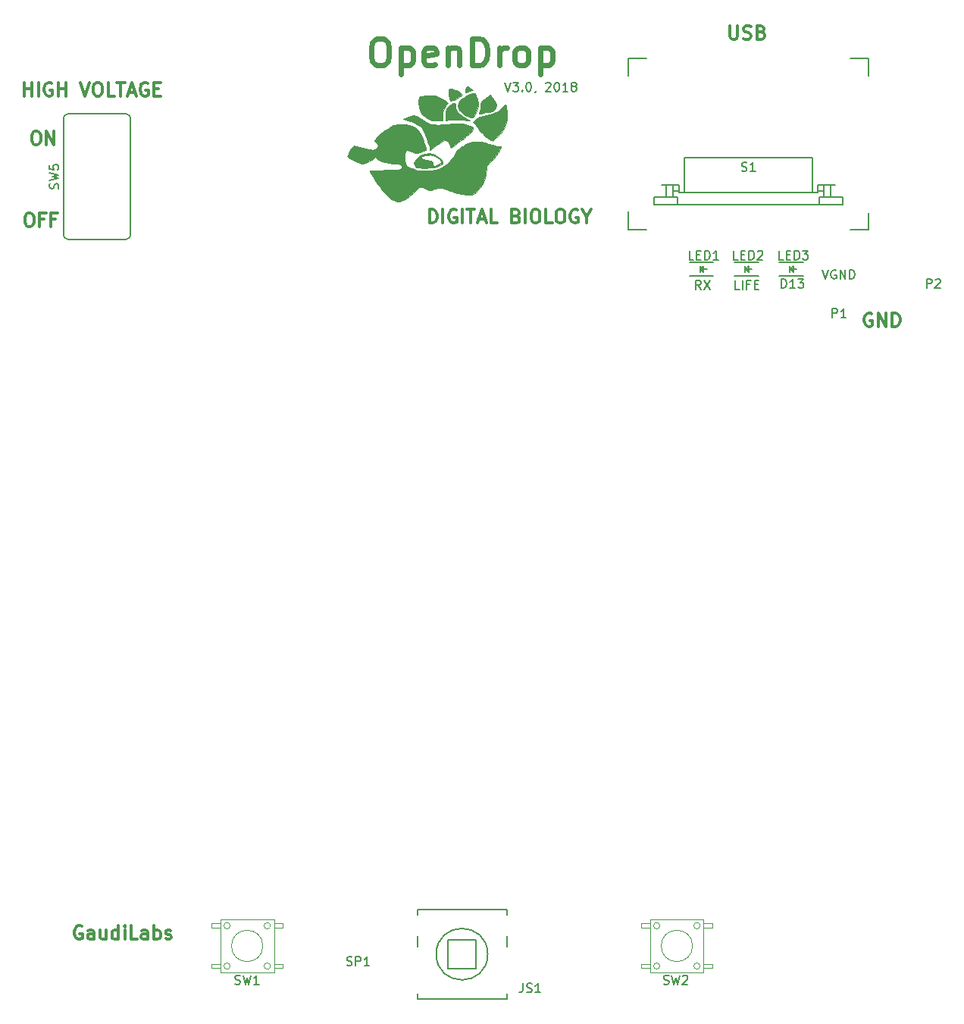
<source format=gbr>
G04 #@! TF.FileFunction,Legend,Top*
%FSLAX46Y46*%
G04 Gerber Fmt 4.6, Leading zero omitted, Abs format (unit mm)*
G04 Created by KiCad (PCBNEW 4.0.0-stable) date Monday, June 11, 2018 'PMt' 01:00:30 PM*
%MOMM*%
G01*
G04 APERTURE LIST*
%ADD10C,0.100000*%
%ADD11C,0.200000*%
%ADD12C,0.300000*%
%ADD13C,0.600000*%
%ADD14C,0.010000*%
%ADD15C,0.150000*%
%ADD16C,0.050000*%
G04 APERTURE END LIST*
D10*
D11*
X140255857Y-60498381D02*
X140589190Y-61498381D01*
X140922524Y-60498381D01*
X141779667Y-60546000D02*
X141684429Y-60498381D01*
X141541572Y-60498381D01*
X141398714Y-60546000D01*
X141303476Y-60641238D01*
X141255857Y-60736476D01*
X141208238Y-60926952D01*
X141208238Y-61069810D01*
X141255857Y-61260286D01*
X141303476Y-61355524D01*
X141398714Y-61450762D01*
X141541572Y-61498381D01*
X141636810Y-61498381D01*
X141779667Y-61450762D01*
X141827286Y-61403143D01*
X141827286Y-61069810D01*
X141636810Y-61069810D01*
X142255857Y-61498381D02*
X142255857Y-60498381D01*
X142827286Y-61498381D01*
X142827286Y-60498381D01*
X143303476Y-61498381D02*
X143303476Y-60498381D01*
X143541571Y-60498381D01*
X143684429Y-60546000D01*
X143779667Y-60641238D01*
X143827286Y-60736476D01*
X143874905Y-60926952D01*
X143874905Y-61069810D01*
X143827286Y-61260286D01*
X143779667Y-61355524D01*
X143684429Y-61450762D01*
X143541571Y-61498381D01*
X143303476Y-61498381D01*
X135691714Y-62514381D02*
X135691714Y-61514381D01*
X135929809Y-61514381D01*
X136072667Y-61562000D01*
X136167905Y-61657238D01*
X136215524Y-61752476D01*
X136263143Y-61942952D01*
X136263143Y-62085810D01*
X136215524Y-62276286D01*
X136167905Y-62371524D01*
X136072667Y-62466762D01*
X135929809Y-62514381D01*
X135691714Y-62514381D01*
X137215524Y-62514381D02*
X136644095Y-62514381D01*
X136929809Y-62514381D02*
X136929809Y-61514381D01*
X136834571Y-61657238D01*
X136739333Y-61752476D01*
X136644095Y-61800095D01*
X137548857Y-61514381D02*
X138167905Y-61514381D01*
X137834571Y-61895333D01*
X137977429Y-61895333D01*
X138072667Y-61942952D01*
X138120286Y-61990571D01*
X138167905Y-62085810D01*
X138167905Y-62323905D01*
X138120286Y-62419143D01*
X138072667Y-62466762D01*
X137977429Y-62514381D01*
X137691714Y-62514381D01*
X137596476Y-62466762D01*
X137548857Y-62419143D01*
X131016477Y-62641381D02*
X130540286Y-62641381D01*
X130540286Y-61641381D01*
X131349810Y-62641381D02*
X131349810Y-61641381D01*
X132159334Y-62117571D02*
X131826000Y-62117571D01*
X131826000Y-62641381D02*
X131826000Y-61641381D01*
X132302191Y-61641381D01*
X132683143Y-62117571D02*
X133016477Y-62117571D01*
X133159334Y-62641381D02*
X132683143Y-62641381D01*
X132683143Y-61641381D01*
X133159334Y-61641381D01*
D12*
X129933143Y-33214571D02*
X129933143Y-34428857D01*
X130004571Y-34571714D01*
X130076000Y-34643143D01*
X130218857Y-34714571D01*
X130504571Y-34714571D01*
X130647429Y-34643143D01*
X130718857Y-34571714D01*
X130790286Y-34428857D01*
X130790286Y-33214571D01*
X131433143Y-34643143D02*
X131647429Y-34714571D01*
X132004572Y-34714571D01*
X132147429Y-34643143D01*
X132218858Y-34571714D01*
X132290286Y-34428857D01*
X132290286Y-34286000D01*
X132218858Y-34143143D01*
X132147429Y-34071714D01*
X132004572Y-34000286D01*
X131718858Y-33928857D01*
X131576000Y-33857429D01*
X131504572Y-33786000D01*
X131433143Y-33643143D01*
X131433143Y-33500286D01*
X131504572Y-33357429D01*
X131576000Y-33286000D01*
X131718858Y-33214571D01*
X132076000Y-33214571D01*
X132290286Y-33286000D01*
X133433143Y-33928857D02*
X133647429Y-34000286D01*
X133718857Y-34071714D01*
X133790286Y-34214571D01*
X133790286Y-34428857D01*
X133718857Y-34571714D01*
X133647429Y-34643143D01*
X133504571Y-34714571D01*
X132933143Y-34714571D01*
X132933143Y-33214571D01*
X133433143Y-33214571D01*
X133576000Y-33286000D01*
X133647429Y-33357429D01*
X133718857Y-33500286D01*
X133718857Y-33643143D01*
X133647429Y-33786000D01*
X133576000Y-33857429D01*
X133433143Y-33928857D01*
X132933143Y-33928857D01*
X57531571Y-133829000D02*
X57388714Y-133757571D01*
X57174428Y-133757571D01*
X56960143Y-133829000D01*
X56817285Y-133971857D01*
X56745857Y-134114714D01*
X56674428Y-134400429D01*
X56674428Y-134614714D01*
X56745857Y-134900429D01*
X56817285Y-135043286D01*
X56960143Y-135186143D01*
X57174428Y-135257571D01*
X57317285Y-135257571D01*
X57531571Y-135186143D01*
X57603000Y-135114714D01*
X57603000Y-134614714D01*
X57317285Y-134614714D01*
X58888714Y-135257571D02*
X58888714Y-134471857D01*
X58817285Y-134329000D01*
X58674428Y-134257571D01*
X58388714Y-134257571D01*
X58245857Y-134329000D01*
X58888714Y-135186143D02*
X58745857Y-135257571D01*
X58388714Y-135257571D01*
X58245857Y-135186143D01*
X58174428Y-135043286D01*
X58174428Y-134900429D01*
X58245857Y-134757571D01*
X58388714Y-134686143D01*
X58745857Y-134686143D01*
X58888714Y-134614714D01*
X60245857Y-134257571D02*
X60245857Y-135257571D01*
X59603000Y-134257571D02*
X59603000Y-135043286D01*
X59674428Y-135186143D01*
X59817286Y-135257571D01*
X60031571Y-135257571D01*
X60174428Y-135186143D01*
X60245857Y-135114714D01*
X61603000Y-135257571D02*
X61603000Y-133757571D01*
X61603000Y-135186143D02*
X61460143Y-135257571D01*
X61174429Y-135257571D01*
X61031571Y-135186143D01*
X60960143Y-135114714D01*
X60888714Y-134971857D01*
X60888714Y-134543286D01*
X60960143Y-134400429D01*
X61031571Y-134329000D01*
X61174429Y-134257571D01*
X61460143Y-134257571D01*
X61603000Y-134329000D01*
X62317286Y-135257571D02*
X62317286Y-134257571D01*
X62317286Y-133757571D02*
X62245857Y-133829000D01*
X62317286Y-133900429D01*
X62388714Y-133829000D01*
X62317286Y-133757571D01*
X62317286Y-133900429D01*
X63745858Y-135257571D02*
X63031572Y-135257571D01*
X63031572Y-133757571D01*
X64888715Y-135257571D02*
X64888715Y-134471857D01*
X64817286Y-134329000D01*
X64674429Y-134257571D01*
X64388715Y-134257571D01*
X64245858Y-134329000D01*
X64888715Y-135186143D02*
X64745858Y-135257571D01*
X64388715Y-135257571D01*
X64245858Y-135186143D01*
X64174429Y-135043286D01*
X64174429Y-134900429D01*
X64245858Y-134757571D01*
X64388715Y-134686143D01*
X64745858Y-134686143D01*
X64888715Y-134614714D01*
X65603001Y-135257571D02*
X65603001Y-133757571D01*
X65603001Y-134329000D02*
X65745858Y-134257571D01*
X66031572Y-134257571D01*
X66174429Y-134329000D01*
X66245858Y-134400429D01*
X66317287Y-134543286D01*
X66317287Y-134971857D01*
X66245858Y-135114714D01*
X66174429Y-135186143D01*
X66031572Y-135257571D01*
X65745858Y-135257571D01*
X65603001Y-135186143D01*
X66888715Y-135186143D02*
X67031572Y-135257571D01*
X67317287Y-135257571D01*
X67460144Y-135186143D01*
X67531572Y-135043286D01*
X67531572Y-134971857D01*
X67460144Y-134829000D01*
X67317287Y-134757571D01*
X67103001Y-134757571D01*
X66960144Y-134686143D01*
X66888715Y-134543286D01*
X66888715Y-134471857D01*
X66960144Y-134329000D01*
X67103001Y-134257571D01*
X67317287Y-134257571D01*
X67460144Y-134329000D01*
D11*
X104791381Y-39543381D02*
X105124714Y-40543381D01*
X105458048Y-39543381D01*
X105696143Y-39543381D02*
X106315191Y-39543381D01*
X105981857Y-39924333D01*
X106124715Y-39924333D01*
X106219953Y-39971952D01*
X106267572Y-40019571D01*
X106315191Y-40114810D01*
X106315191Y-40352905D01*
X106267572Y-40448143D01*
X106219953Y-40495762D01*
X106124715Y-40543381D01*
X105839000Y-40543381D01*
X105743762Y-40495762D01*
X105696143Y-40448143D01*
X106743762Y-40448143D02*
X106791381Y-40495762D01*
X106743762Y-40543381D01*
X106696143Y-40495762D01*
X106743762Y-40448143D01*
X106743762Y-40543381D01*
X107410428Y-39543381D02*
X107505667Y-39543381D01*
X107600905Y-39591000D01*
X107648524Y-39638619D01*
X107696143Y-39733857D01*
X107743762Y-39924333D01*
X107743762Y-40162429D01*
X107696143Y-40352905D01*
X107648524Y-40448143D01*
X107600905Y-40495762D01*
X107505667Y-40543381D01*
X107410428Y-40543381D01*
X107315190Y-40495762D01*
X107267571Y-40448143D01*
X107219952Y-40352905D01*
X107172333Y-40162429D01*
X107172333Y-39924333D01*
X107219952Y-39733857D01*
X107267571Y-39638619D01*
X107315190Y-39591000D01*
X107410428Y-39543381D01*
X108219952Y-40495762D02*
X108219952Y-40543381D01*
X108172333Y-40638619D01*
X108124714Y-40686238D01*
X109362809Y-39638619D02*
X109410428Y-39591000D01*
X109505666Y-39543381D01*
X109743762Y-39543381D01*
X109839000Y-39591000D01*
X109886619Y-39638619D01*
X109934238Y-39733857D01*
X109934238Y-39829095D01*
X109886619Y-39971952D01*
X109315190Y-40543381D01*
X109934238Y-40543381D01*
X110553285Y-39543381D02*
X110648524Y-39543381D01*
X110743762Y-39591000D01*
X110791381Y-39638619D01*
X110839000Y-39733857D01*
X110886619Y-39924333D01*
X110886619Y-40162429D01*
X110839000Y-40352905D01*
X110791381Y-40448143D01*
X110743762Y-40495762D01*
X110648524Y-40543381D01*
X110553285Y-40543381D01*
X110458047Y-40495762D01*
X110410428Y-40448143D01*
X110362809Y-40352905D01*
X110315190Y-40162429D01*
X110315190Y-39924333D01*
X110362809Y-39733857D01*
X110410428Y-39638619D01*
X110458047Y-39591000D01*
X110553285Y-39543381D01*
X111839000Y-40543381D02*
X111267571Y-40543381D01*
X111553285Y-40543381D02*
X111553285Y-39543381D01*
X111458047Y-39686238D01*
X111362809Y-39781476D01*
X111267571Y-39829095D01*
X112410428Y-39971952D02*
X112315190Y-39924333D01*
X112267571Y-39876714D01*
X112219952Y-39781476D01*
X112219952Y-39733857D01*
X112267571Y-39638619D01*
X112315190Y-39591000D01*
X112410428Y-39543381D01*
X112600905Y-39543381D01*
X112696143Y-39591000D01*
X112743762Y-39638619D01*
X112791381Y-39733857D01*
X112791381Y-39781476D01*
X112743762Y-39876714D01*
X112696143Y-39924333D01*
X112600905Y-39971952D01*
X112410428Y-39971952D01*
X112315190Y-40019571D01*
X112267571Y-40067190D01*
X112219952Y-40162429D01*
X112219952Y-40352905D01*
X112267571Y-40448143D01*
X112315190Y-40495762D01*
X112410428Y-40543381D01*
X112600905Y-40543381D01*
X112696143Y-40495762D01*
X112743762Y-40448143D01*
X112791381Y-40352905D01*
X112791381Y-40162429D01*
X112743762Y-40067190D01*
X112696143Y-40019571D01*
X112600905Y-39971952D01*
D12*
X145796143Y-65376000D02*
X145653286Y-65304571D01*
X145439000Y-65304571D01*
X145224715Y-65376000D01*
X145081857Y-65518857D01*
X145010429Y-65661714D01*
X144939000Y-65947429D01*
X144939000Y-66161714D01*
X145010429Y-66447429D01*
X145081857Y-66590286D01*
X145224715Y-66733143D01*
X145439000Y-66804571D01*
X145581857Y-66804571D01*
X145796143Y-66733143D01*
X145867572Y-66661714D01*
X145867572Y-66161714D01*
X145581857Y-66161714D01*
X146510429Y-66804571D02*
X146510429Y-65304571D01*
X147367572Y-66804571D01*
X147367572Y-65304571D01*
X148081858Y-66804571D02*
X148081858Y-65304571D01*
X148439001Y-65304571D01*
X148653286Y-65376000D01*
X148796144Y-65518857D01*
X148867572Y-65661714D01*
X148939001Y-65947429D01*
X148939001Y-66161714D01*
X148867572Y-66447429D01*
X148796144Y-66590286D01*
X148653286Y-66733143D01*
X148439001Y-66804571D01*
X148081858Y-66804571D01*
D11*
X126706334Y-62641381D02*
X126373000Y-62165190D01*
X126134905Y-62641381D02*
X126134905Y-61641381D01*
X126515858Y-61641381D01*
X126611096Y-61689000D01*
X126658715Y-61736619D01*
X126706334Y-61831857D01*
X126706334Y-61974714D01*
X126658715Y-62069952D01*
X126611096Y-62117571D01*
X126515858Y-62165190D01*
X126134905Y-62165190D01*
X127039667Y-61641381D02*
X127706334Y-62641381D01*
X127706334Y-61641381D02*
X127039667Y-62641381D01*
D12*
X51530429Y-54128571D02*
X51816143Y-54128571D01*
X51959001Y-54200000D01*
X52101858Y-54342857D01*
X52173286Y-54628571D01*
X52173286Y-55128571D01*
X52101858Y-55414286D01*
X51959001Y-55557143D01*
X51816143Y-55628571D01*
X51530429Y-55628571D01*
X51387572Y-55557143D01*
X51244715Y-55414286D01*
X51173286Y-55128571D01*
X51173286Y-54628571D01*
X51244715Y-54342857D01*
X51387572Y-54200000D01*
X51530429Y-54128571D01*
X53316144Y-54842857D02*
X52816144Y-54842857D01*
X52816144Y-55628571D02*
X52816144Y-54128571D01*
X53530430Y-54128571D01*
X54601858Y-54842857D02*
X54101858Y-54842857D01*
X54101858Y-55628571D02*
X54101858Y-54128571D01*
X54816144Y-54128571D01*
X52284428Y-44984571D02*
X52570142Y-44984571D01*
X52713000Y-45056000D01*
X52855857Y-45198857D01*
X52927285Y-45484571D01*
X52927285Y-45984571D01*
X52855857Y-46270286D01*
X52713000Y-46413143D01*
X52570142Y-46484571D01*
X52284428Y-46484571D01*
X52141571Y-46413143D01*
X51998714Y-46270286D01*
X51927285Y-45984571D01*
X51927285Y-45484571D01*
X51998714Y-45198857D01*
X52141571Y-45056000D01*
X52284428Y-44984571D01*
X53570143Y-46484571D02*
X53570143Y-44984571D01*
X54427286Y-46484571D01*
X54427286Y-44984571D01*
X51102571Y-41064571D02*
X51102571Y-39564571D01*
X51102571Y-40278857D02*
X51959714Y-40278857D01*
X51959714Y-41064571D02*
X51959714Y-39564571D01*
X52674000Y-41064571D02*
X52674000Y-39564571D01*
X54174000Y-39636000D02*
X54031143Y-39564571D01*
X53816857Y-39564571D01*
X53602572Y-39636000D01*
X53459714Y-39778857D01*
X53388286Y-39921714D01*
X53316857Y-40207429D01*
X53316857Y-40421714D01*
X53388286Y-40707429D01*
X53459714Y-40850286D01*
X53602572Y-40993143D01*
X53816857Y-41064571D01*
X53959714Y-41064571D01*
X54174000Y-40993143D01*
X54245429Y-40921714D01*
X54245429Y-40421714D01*
X53959714Y-40421714D01*
X54888286Y-41064571D02*
X54888286Y-39564571D01*
X54888286Y-40278857D02*
X55745429Y-40278857D01*
X55745429Y-41064571D02*
X55745429Y-39564571D01*
X57388286Y-39564571D02*
X57888286Y-41064571D01*
X58388286Y-39564571D01*
X59174000Y-39564571D02*
X59459714Y-39564571D01*
X59602572Y-39636000D01*
X59745429Y-39778857D01*
X59816857Y-40064571D01*
X59816857Y-40564571D01*
X59745429Y-40850286D01*
X59602572Y-40993143D01*
X59459714Y-41064571D01*
X59174000Y-41064571D01*
X59031143Y-40993143D01*
X58888286Y-40850286D01*
X58816857Y-40564571D01*
X58816857Y-40064571D01*
X58888286Y-39778857D01*
X59031143Y-39636000D01*
X59174000Y-39564571D01*
X61174001Y-41064571D02*
X60459715Y-41064571D01*
X60459715Y-39564571D01*
X61459715Y-39564571D02*
X62316858Y-39564571D01*
X61888287Y-41064571D02*
X61888287Y-39564571D01*
X62745429Y-40636000D02*
X63459715Y-40636000D01*
X62602572Y-41064571D02*
X63102572Y-39564571D01*
X63602572Y-41064571D01*
X64888286Y-39636000D02*
X64745429Y-39564571D01*
X64531143Y-39564571D01*
X64316858Y-39636000D01*
X64174000Y-39778857D01*
X64102572Y-39921714D01*
X64031143Y-40207429D01*
X64031143Y-40421714D01*
X64102572Y-40707429D01*
X64174000Y-40850286D01*
X64316858Y-40993143D01*
X64531143Y-41064571D01*
X64674000Y-41064571D01*
X64888286Y-40993143D01*
X64959715Y-40921714D01*
X64959715Y-40421714D01*
X64674000Y-40421714D01*
X65602572Y-40278857D02*
X66102572Y-40278857D01*
X66316858Y-41064571D02*
X65602572Y-41064571D01*
X65602572Y-39564571D01*
X66316858Y-39564571D01*
D13*
X90571428Y-34638143D02*
X91142857Y-34638143D01*
X91428571Y-34781000D01*
X91714285Y-35066714D01*
X91857143Y-35638143D01*
X91857143Y-36638143D01*
X91714285Y-37209571D01*
X91428571Y-37495286D01*
X91142857Y-37638143D01*
X90571428Y-37638143D01*
X90285714Y-37495286D01*
X90000000Y-37209571D01*
X89857143Y-36638143D01*
X89857143Y-35638143D01*
X90000000Y-35066714D01*
X90285714Y-34781000D01*
X90571428Y-34638143D01*
X93142857Y-35638143D02*
X93142857Y-38638143D01*
X93142857Y-35781000D02*
X93428571Y-35638143D01*
X94000000Y-35638143D01*
X94285714Y-35781000D01*
X94428571Y-35923857D01*
X94571428Y-36209571D01*
X94571428Y-37066714D01*
X94428571Y-37352429D01*
X94285714Y-37495286D01*
X94000000Y-37638143D01*
X93428571Y-37638143D01*
X93142857Y-37495286D01*
X97000000Y-37495286D02*
X96714286Y-37638143D01*
X96142857Y-37638143D01*
X95857143Y-37495286D01*
X95714286Y-37209571D01*
X95714286Y-36066714D01*
X95857143Y-35781000D01*
X96142857Y-35638143D01*
X96714286Y-35638143D01*
X97000000Y-35781000D01*
X97142857Y-36066714D01*
X97142857Y-36352429D01*
X95714286Y-36638143D01*
X98428572Y-35638143D02*
X98428572Y-37638143D01*
X98428572Y-35923857D02*
X98571429Y-35781000D01*
X98857143Y-35638143D01*
X99285715Y-35638143D01*
X99571429Y-35781000D01*
X99714286Y-36066714D01*
X99714286Y-37638143D01*
X101142858Y-37638143D02*
X101142858Y-34638143D01*
X101857143Y-34638143D01*
X102285715Y-34781000D01*
X102571429Y-35066714D01*
X102714286Y-35352429D01*
X102857143Y-35923857D01*
X102857143Y-36352429D01*
X102714286Y-36923857D01*
X102571429Y-37209571D01*
X102285715Y-37495286D01*
X101857143Y-37638143D01*
X101142858Y-37638143D01*
X104142858Y-37638143D02*
X104142858Y-35638143D01*
X104142858Y-36209571D02*
X104285715Y-35923857D01*
X104428572Y-35781000D01*
X104714286Y-35638143D01*
X105000001Y-35638143D01*
X106428572Y-37638143D02*
X106142858Y-37495286D01*
X106000001Y-37352429D01*
X105857144Y-37066714D01*
X105857144Y-36209571D01*
X106000001Y-35923857D01*
X106142858Y-35781000D01*
X106428572Y-35638143D01*
X106857144Y-35638143D01*
X107142858Y-35781000D01*
X107285715Y-35923857D01*
X107428572Y-36209571D01*
X107428572Y-37066714D01*
X107285715Y-37352429D01*
X107142858Y-37495286D01*
X106857144Y-37638143D01*
X106428572Y-37638143D01*
X108714287Y-35638143D02*
X108714287Y-38638143D01*
X108714287Y-35781000D02*
X109000001Y-35638143D01*
X109571430Y-35638143D01*
X109857144Y-35781000D01*
X110000001Y-35923857D01*
X110142858Y-36209571D01*
X110142858Y-37066714D01*
X110000001Y-37352429D01*
X109857144Y-37495286D01*
X109571430Y-37638143D01*
X109000001Y-37638143D01*
X108714287Y-37495286D01*
D12*
X96354428Y-55247571D02*
X96354428Y-53747571D01*
X96711571Y-53747571D01*
X96925856Y-53819000D01*
X97068714Y-53961857D01*
X97140142Y-54104714D01*
X97211571Y-54390429D01*
X97211571Y-54604714D01*
X97140142Y-54890429D01*
X97068714Y-55033286D01*
X96925856Y-55176143D01*
X96711571Y-55247571D01*
X96354428Y-55247571D01*
X97854428Y-55247571D02*
X97854428Y-53747571D01*
X99354428Y-53819000D02*
X99211571Y-53747571D01*
X98997285Y-53747571D01*
X98783000Y-53819000D01*
X98640142Y-53961857D01*
X98568714Y-54104714D01*
X98497285Y-54390429D01*
X98497285Y-54604714D01*
X98568714Y-54890429D01*
X98640142Y-55033286D01*
X98783000Y-55176143D01*
X98997285Y-55247571D01*
X99140142Y-55247571D01*
X99354428Y-55176143D01*
X99425857Y-55104714D01*
X99425857Y-54604714D01*
X99140142Y-54604714D01*
X100068714Y-55247571D02*
X100068714Y-53747571D01*
X100568714Y-53747571D02*
X101425857Y-53747571D01*
X100997286Y-55247571D02*
X100997286Y-53747571D01*
X101854428Y-54819000D02*
X102568714Y-54819000D01*
X101711571Y-55247571D02*
X102211571Y-53747571D01*
X102711571Y-55247571D01*
X103925857Y-55247571D02*
X103211571Y-55247571D01*
X103211571Y-53747571D01*
X106068714Y-54461857D02*
X106283000Y-54533286D01*
X106354428Y-54604714D01*
X106425857Y-54747571D01*
X106425857Y-54961857D01*
X106354428Y-55104714D01*
X106283000Y-55176143D01*
X106140142Y-55247571D01*
X105568714Y-55247571D01*
X105568714Y-53747571D01*
X106068714Y-53747571D01*
X106211571Y-53819000D01*
X106283000Y-53890429D01*
X106354428Y-54033286D01*
X106354428Y-54176143D01*
X106283000Y-54319000D01*
X106211571Y-54390429D01*
X106068714Y-54461857D01*
X105568714Y-54461857D01*
X107068714Y-55247571D02*
X107068714Y-53747571D01*
X108068714Y-53747571D02*
X108354428Y-53747571D01*
X108497286Y-53819000D01*
X108640143Y-53961857D01*
X108711571Y-54247571D01*
X108711571Y-54747571D01*
X108640143Y-55033286D01*
X108497286Y-55176143D01*
X108354428Y-55247571D01*
X108068714Y-55247571D01*
X107925857Y-55176143D01*
X107783000Y-55033286D01*
X107711571Y-54747571D01*
X107711571Y-54247571D01*
X107783000Y-53961857D01*
X107925857Y-53819000D01*
X108068714Y-53747571D01*
X110068715Y-55247571D02*
X109354429Y-55247571D01*
X109354429Y-53747571D01*
X110854429Y-53747571D02*
X111140143Y-53747571D01*
X111283001Y-53819000D01*
X111425858Y-53961857D01*
X111497286Y-54247571D01*
X111497286Y-54747571D01*
X111425858Y-55033286D01*
X111283001Y-55176143D01*
X111140143Y-55247571D01*
X110854429Y-55247571D01*
X110711572Y-55176143D01*
X110568715Y-55033286D01*
X110497286Y-54747571D01*
X110497286Y-54247571D01*
X110568715Y-53961857D01*
X110711572Y-53819000D01*
X110854429Y-53747571D01*
X112925858Y-53819000D02*
X112783001Y-53747571D01*
X112568715Y-53747571D01*
X112354430Y-53819000D01*
X112211572Y-53961857D01*
X112140144Y-54104714D01*
X112068715Y-54390429D01*
X112068715Y-54604714D01*
X112140144Y-54890429D01*
X112211572Y-55033286D01*
X112354430Y-55176143D01*
X112568715Y-55247571D01*
X112711572Y-55247571D01*
X112925858Y-55176143D01*
X112997287Y-55104714D01*
X112997287Y-54604714D01*
X112711572Y-54604714D01*
X113925858Y-54533286D02*
X113925858Y-55247571D01*
X113425858Y-53747571D02*
X113925858Y-54533286D01*
X114425858Y-53747571D01*
D14*
G36*
X100639585Y-40006138D02*
X100788163Y-40086581D01*
X100923026Y-40175785D01*
X101223906Y-40389703D01*
X100820101Y-40526101D01*
X100609382Y-40595253D01*
X100448386Y-40644331D01*
X100373148Y-40662500D01*
X100342111Y-40607636D01*
X100330936Y-40487875D01*
X100359982Y-40301548D01*
X100430541Y-40123704D01*
X100520543Y-40003893D01*
X100555448Y-39983823D01*
X100639585Y-40006138D01*
X100639585Y-40006138D01*
G37*
X100639585Y-40006138D02*
X100788163Y-40086581D01*
X100923026Y-40175785D01*
X101223906Y-40389703D01*
X100820101Y-40526101D01*
X100609382Y-40595253D01*
X100448386Y-40644331D01*
X100373148Y-40662500D01*
X100342111Y-40607636D01*
X100330936Y-40487875D01*
X100359982Y-40301548D01*
X100430541Y-40123704D01*
X100520543Y-40003893D01*
X100555448Y-39983823D01*
X100639585Y-40006138D01*
G36*
X98821389Y-40257366D02*
X99036131Y-40307818D01*
X99260880Y-40375955D01*
X99459304Y-40452887D01*
X99504500Y-40474441D01*
X99698810Y-40596271D01*
X99870018Y-40740370D01*
X99879730Y-40750544D01*
X100032710Y-40914448D01*
X99725997Y-41185349D01*
X99462143Y-41383071D01*
X99221889Y-41482459D01*
X99160266Y-41494134D01*
X98968617Y-41529388D01*
X98819104Y-41569155D01*
X98796486Y-41577862D01*
X98717479Y-41580423D01*
X98652708Y-41492440D01*
X98610167Y-41381227D01*
X98572210Y-41212582D01*
X98544851Y-40985891D01*
X98529496Y-40738375D01*
X98527552Y-40507255D01*
X98540424Y-40329751D01*
X98567248Y-40245084D01*
X98652984Y-40233491D01*
X98821389Y-40257366D01*
X98821389Y-40257366D01*
G37*
X98821389Y-40257366D02*
X99036131Y-40307818D01*
X99260880Y-40375955D01*
X99459304Y-40452887D01*
X99504500Y-40474441D01*
X99698810Y-40596271D01*
X99870018Y-40740370D01*
X99879730Y-40750544D01*
X100032710Y-40914448D01*
X99725997Y-41185349D01*
X99462143Y-41383071D01*
X99221889Y-41482459D01*
X99160266Y-41494134D01*
X98968617Y-41529388D01*
X98819104Y-41569155D01*
X98796486Y-41577862D01*
X98717479Y-41580423D01*
X98652708Y-41492440D01*
X98610167Y-41381227D01*
X98572210Y-41212582D01*
X98544851Y-40985891D01*
X98529496Y-40738375D01*
X98527552Y-40507255D01*
X98540424Y-40329751D01*
X98567248Y-40245084D01*
X98652984Y-40233491D01*
X98821389Y-40257366D01*
G36*
X103359911Y-41139358D02*
X103618027Y-41477048D01*
X103766620Y-41778423D01*
X103810975Y-42061468D01*
X103756377Y-42344168D01*
X103732252Y-42406572D01*
X103649368Y-42553144D01*
X103525896Y-42666189D01*
X103340696Y-42755686D01*
X103072627Y-42831617D01*
X102700550Y-42903965D01*
X102666567Y-42909743D01*
X102390282Y-42958674D01*
X102153353Y-43004854D01*
X101989264Y-43041549D01*
X101941168Y-43055637D01*
X101865486Y-43067627D01*
X101874335Y-42995543D01*
X101882358Y-42975399D01*
X102037641Y-42498286D01*
X102105722Y-42044920D01*
X102108000Y-41955010D01*
X102113164Y-41756238D01*
X102142521Y-41643529D01*
X102216860Y-41575990D01*
X102326415Y-41525444D01*
X102493276Y-41431479D01*
X102696902Y-41283758D01*
X102842203Y-41160076D01*
X103139576Y-40885967D01*
X103359911Y-41139358D01*
X103359911Y-41139358D01*
G37*
X103359911Y-41139358D02*
X103618027Y-41477048D01*
X103766620Y-41778423D01*
X103810975Y-42061468D01*
X103756377Y-42344168D01*
X103732252Y-42406572D01*
X103649368Y-42553144D01*
X103525896Y-42666189D01*
X103340696Y-42755686D01*
X103072627Y-42831617D01*
X102700550Y-42903965D01*
X102666567Y-42909743D01*
X102390282Y-42958674D01*
X102153353Y-43004854D01*
X101989264Y-43041549D01*
X101941168Y-43055637D01*
X101865486Y-43067627D01*
X101874335Y-42995543D01*
X101882358Y-42975399D01*
X102037641Y-42498286D01*
X102105722Y-42044920D01*
X102108000Y-41955010D01*
X102113164Y-41756238D01*
X102142521Y-41643529D01*
X102216860Y-41575990D01*
X102326415Y-41525444D01*
X102493276Y-41431479D01*
X102696902Y-41283758D01*
X102842203Y-41160076D01*
X103139576Y-40885967D01*
X103359911Y-41139358D01*
G36*
X101437067Y-40757035D02*
X101504143Y-40844775D01*
X101585322Y-41023455D01*
X101586817Y-41026930D01*
X101740238Y-41447729D01*
X101808471Y-41811992D01*
X101796969Y-42152142D01*
X101786596Y-42214698D01*
X101730431Y-42424952D01*
X101638502Y-42673579D01*
X101524820Y-42932007D01*
X101403395Y-43171666D01*
X101288238Y-43363985D01*
X101193361Y-43480394D01*
X101155500Y-43501632D01*
X101039977Y-43487227D01*
X100866701Y-43434989D01*
X100806250Y-43411800D01*
X100525236Y-43274961D01*
X100227690Y-43093706D01*
X99956072Y-42896684D01*
X99752843Y-42712545D01*
X99727767Y-42684128D01*
X99600373Y-42440970D01*
X99565647Y-42151002D01*
X99624816Y-41855547D01*
X99698685Y-41704287D01*
X99901748Y-41460444D01*
X100192519Y-41219444D01*
X100533441Y-41005039D01*
X100886953Y-40840980D01*
X101203169Y-40752916D01*
X101348580Y-40734870D01*
X101437067Y-40757035D01*
X101437067Y-40757035D01*
G37*
X101437067Y-40757035D02*
X101504143Y-40844775D01*
X101585322Y-41023455D01*
X101586817Y-41026930D01*
X101740238Y-41447729D01*
X101808471Y-41811992D01*
X101796969Y-42152142D01*
X101786596Y-42214698D01*
X101730431Y-42424952D01*
X101638502Y-42673579D01*
X101524820Y-42932007D01*
X101403395Y-43171666D01*
X101288238Y-43363985D01*
X101193361Y-43480394D01*
X101155500Y-43501632D01*
X101039977Y-43487227D01*
X100866701Y-43434989D01*
X100806250Y-43411800D01*
X100525236Y-43274961D01*
X100227690Y-43093706D01*
X99956072Y-42896684D01*
X99752843Y-42712545D01*
X99727767Y-42684128D01*
X99600373Y-42440970D01*
X99565647Y-42151002D01*
X99624816Y-41855547D01*
X99698685Y-41704287D01*
X99901748Y-41460444D01*
X100192519Y-41219444D01*
X100533441Y-41005039D01*
X100886953Y-40840980D01*
X101203169Y-40752916D01*
X101348580Y-40734870D01*
X101437067Y-40757035D01*
G36*
X99212427Y-41847023D02*
X99245272Y-41972603D01*
X99250500Y-42125529D01*
X99294907Y-42477074D01*
X99433717Y-42788999D01*
X99675316Y-43071404D01*
X100028088Y-43334388D01*
X100441125Y-43559699D01*
X100709297Y-43694580D01*
X100860230Y-43783474D01*
X100894349Y-43828190D01*
X100812077Y-43830538D01*
X100613839Y-43792325D01*
X100488750Y-43762827D01*
X100266543Y-43727883D01*
X99954865Y-43703960D01*
X99590818Y-43691685D01*
X99211506Y-43691685D01*
X98854031Y-43704590D01*
X98561613Y-43730236D01*
X98158477Y-43781723D01*
X98180613Y-43179115D01*
X98203221Y-42831614D01*
X98252515Y-42577336D01*
X98345363Y-42382884D01*
X98498632Y-42214859D01*
X98729189Y-42039867D01*
X98770121Y-42011875D01*
X98992359Y-41870801D01*
X99133959Y-41814470D01*
X99212427Y-41847023D01*
X99212427Y-41847023D01*
G37*
X99212427Y-41847023D02*
X99245272Y-41972603D01*
X99250500Y-42125529D01*
X99294907Y-42477074D01*
X99433717Y-42788999D01*
X99675316Y-43071404D01*
X100028088Y-43334388D01*
X100441125Y-43559699D01*
X100709297Y-43694580D01*
X100860230Y-43783474D01*
X100894349Y-43828190D01*
X100812077Y-43830538D01*
X100613839Y-43792325D01*
X100488750Y-43762827D01*
X100266543Y-43727883D01*
X99954865Y-43703960D01*
X99590818Y-43691685D01*
X99211506Y-43691685D01*
X98854031Y-43704590D01*
X98561613Y-43730236D01*
X98158477Y-43781723D01*
X98180613Y-43179115D01*
X98203221Y-42831614D01*
X98252515Y-42577336D01*
X98345363Y-42382884D01*
X98498632Y-42214859D01*
X98729189Y-42039867D01*
X98770121Y-42011875D01*
X98992359Y-41870801D01*
X99133959Y-41814470D01*
X99212427Y-41847023D01*
G36*
X96430152Y-40996634D02*
X96750822Y-41014199D01*
X96989213Y-41043668D01*
X97190021Y-41094484D01*
X97397941Y-41176091D01*
X97499948Y-41222665D01*
X97755634Y-41353779D01*
X98002963Y-41499471D01*
X98177397Y-41620066D01*
X98425453Y-41816531D01*
X98205112Y-42073950D01*
X97962293Y-42445561D01*
X97828083Y-42870776D01*
X97799193Y-43360376D01*
X97801084Y-43398306D01*
X97825901Y-43837500D01*
X97347575Y-43831121D01*
X97074489Y-43820227D01*
X96817163Y-43797777D01*
X96631024Y-43768616D01*
X96630138Y-43768408D01*
X96222644Y-43622313D01*
X95857214Y-43395991D01*
X95558154Y-43110232D01*
X95349768Y-42785828D01*
X95288623Y-42620846D01*
X95202410Y-42239373D01*
X95154804Y-41864662D01*
X95149609Y-41537877D01*
X95172440Y-41363167D01*
X95221326Y-41219485D01*
X95310818Y-41132361D01*
X95481055Y-41065010D01*
X95506159Y-41057312D01*
X95793030Y-41006413D01*
X96196267Y-40991160D01*
X96430152Y-40996634D01*
X96430152Y-40996634D01*
G37*
X96430152Y-40996634D02*
X96750822Y-41014199D01*
X96989213Y-41043668D01*
X97190021Y-41094484D01*
X97397941Y-41176091D01*
X97499948Y-41222665D01*
X97755634Y-41353779D01*
X98002963Y-41499471D01*
X98177397Y-41620066D01*
X98425453Y-41816531D01*
X98205112Y-42073950D01*
X97962293Y-42445561D01*
X97828083Y-42870776D01*
X97799193Y-43360376D01*
X97801084Y-43398306D01*
X97825901Y-43837500D01*
X97347575Y-43831121D01*
X97074489Y-43820227D01*
X96817163Y-43797777D01*
X96631024Y-43768616D01*
X96630138Y-43768408D01*
X96222644Y-43622313D01*
X95857214Y-43395991D01*
X95558154Y-43110232D01*
X95349768Y-42785828D01*
X95288623Y-42620846D01*
X95202410Y-42239373D01*
X95154804Y-41864662D01*
X95149609Y-41537877D01*
X95172440Y-41363167D01*
X95221326Y-41219485D01*
X95310818Y-41132361D01*
X95481055Y-41065010D01*
X95506159Y-41057312D01*
X95793030Y-41006413D01*
X96196267Y-40991160D01*
X96430152Y-40996634D01*
G36*
X104859450Y-42059278D02*
X104899488Y-42114306D01*
X104911141Y-42135164D01*
X104948631Y-42261981D01*
X104982147Y-42482923D01*
X105007419Y-42765117D01*
X105016788Y-42948500D01*
X105008754Y-43527172D01*
X104933519Y-44031179D01*
X104783843Y-44497810D01*
X104666319Y-44753716D01*
X104564072Y-44915862D01*
X104405777Y-45121150D01*
X104211760Y-45348047D01*
X104002348Y-45575019D01*
X103797868Y-45780531D01*
X103618646Y-45943049D01*
X103485010Y-46041040D01*
X103433321Y-46059949D01*
X103327496Y-46033194D01*
X103159656Y-45965526D01*
X103073295Y-45924790D01*
X102840756Y-45775138D01*
X102567510Y-45545177D01*
X102280886Y-45261841D01*
X102008208Y-44952060D01*
X101785446Y-44655558D01*
X101629767Y-44439993D01*
X101473067Y-44244936D01*
X101360198Y-44123541D01*
X101187250Y-43963052D01*
X101377750Y-43804101D01*
X101702301Y-43562198D01*
X102019961Y-43396723D01*
X102379395Y-43286395D01*
X102693065Y-43228905D01*
X103187583Y-43127267D01*
X103604363Y-42972204D01*
X103985475Y-42743173D01*
X104372989Y-42419629D01*
X104397592Y-42396546D01*
X104599678Y-42207568D01*
X104730228Y-42095382D01*
X104809924Y-42049461D01*
X104859450Y-42059278D01*
X104859450Y-42059278D01*
G37*
X104859450Y-42059278D02*
X104899488Y-42114306D01*
X104911141Y-42135164D01*
X104948631Y-42261981D01*
X104982147Y-42482923D01*
X105007419Y-42765117D01*
X105016788Y-42948500D01*
X105008754Y-43527172D01*
X104933519Y-44031179D01*
X104783843Y-44497810D01*
X104666319Y-44753716D01*
X104564072Y-44915862D01*
X104405777Y-45121150D01*
X104211760Y-45348047D01*
X104002348Y-45575019D01*
X103797868Y-45780531D01*
X103618646Y-45943049D01*
X103485010Y-46041040D01*
X103433321Y-46059949D01*
X103327496Y-46033194D01*
X103159656Y-45965526D01*
X103073295Y-45924790D01*
X102840756Y-45775138D01*
X102567510Y-45545177D01*
X102280886Y-45261841D01*
X102008208Y-44952060D01*
X101785446Y-44655558D01*
X101629767Y-44439993D01*
X101473067Y-44244936D01*
X101360198Y-44123541D01*
X101187250Y-43963052D01*
X101377750Y-43804101D01*
X101702301Y-43562198D01*
X102019961Y-43396723D01*
X102379395Y-43286395D01*
X102693065Y-43228905D01*
X103187583Y-43127267D01*
X103604363Y-42972204D01*
X103985475Y-42743173D01*
X104372989Y-42419629D01*
X104397592Y-42396546D01*
X104599678Y-42207568D01*
X104730228Y-42095382D01*
X104809924Y-42049461D01*
X104859450Y-42059278D01*
G36*
X94890765Y-43282199D02*
X95161085Y-43413690D01*
X95209067Y-43447897D01*
X95617142Y-43742860D01*
X95961254Y-43961998D01*
X96271354Y-44114983D01*
X96577389Y-44211488D01*
X96909309Y-44261185D01*
X97297062Y-44273747D01*
X97726500Y-44260928D01*
X98097474Y-44239992D01*
X98484713Y-44211824D01*
X98836858Y-44180470D01*
X99056062Y-44156161D01*
X99573687Y-44119907D01*
X100061854Y-44152889D01*
X100072062Y-44154284D01*
X100359774Y-44210903D01*
X100650847Y-44296577D01*
X100915401Y-44399250D01*
X101123559Y-44506865D01*
X101245441Y-44607367D01*
X101260532Y-44633843D01*
X101241898Y-44760160D01*
X101113444Y-44948619D01*
X100875730Y-45198556D01*
X100529319Y-45509305D01*
X100497208Y-45536535D01*
X100188068Y-45792515D01*
X99872494Y-46044633D01*
X99566505Y-46281077D01*
X99286117Y-46490038D01*
X99047349Y-46659706D01*
X98866218Y-46778270D01*
X98758743Y-46833920D01*
X98737329Y-46834132D01*
X98699261Y-46751026D01*
X98645527Y-46591402D01*
X98619941Y-46504500D01*
X98508440Y-46216581D01*
X98368323Y-46048751D01*
X98203050Y-45996500D01*
X98014185Y-46037375D01*
X97761090Y-46149133D01*
X97471883Y-46315476D01*
X97174680Y-46520104D01*
X96897599Y-46746716D01*
X96877675Y-46764820D01*
X96659021Y-46954080D01*
X96509664Y-47058759D01*
X96436473Y-47074227D01*
X96431401Y-47065638D01*
X96404207Y-46968548D01*
X96353459Y-46782559D01*
X96288360Y-46541475D01*
X96261385Y-46441000D01*
X96088642Y-45852478D01*
X95912375Y-45374008D01*
X95723531Y-44988765D01*
X95513057Y-44679922D01*
X95271902Y-44430651D01*
X95112398Y-44305305D01*
X94812988Y-44107069D01*
X94538553Y-43967235D01*
X94236510Y-43863050D01*
X93903467Y-43782219D01*
X93393799Y-43672576D01*
X93850735Y-43461961D01*
X94254777Y-43306135D01*
X94595058Y-43246281D01*
X94890765Y-43282199D01*
X94890765Y-43282199D01*
G37*
X94890765Y-43282199D02*
X95161085Y-43413690D01*
X95209067Y-43447897D01*
X95617142Y-43742860D01*
X95961254Y-43961998D01*
X96271354Y-44114983D01*
X96577389Y-44211488D01*
X96909309Y-44261185D01*
X97297062Y-44273747D01*
X97726500Y-44260928D01*
X98097474Y-44239992D01*
X98484713Y-44211824D01*
X98836858Y-44180470D01*
X99056062Y-44156161D01*
X99573687Y-44119907D01*
X100061854Y-44152889D01*
X100072062Y-44154284D01*
X100359774Y-44210903D01*
X100650847Y-44296577D01*
X100915401Y-44399250D01*
X101123559Y-44506865D01*
X101245441Y-44607367D01*
X101260532Y-44633843D01*
X101241898Y-44760160D01*
X101113444Y-44948619D01*
X100875730Y-45198556D01*
X100529319Y-45509305D01*
X100497208Y-45536535D01*
X100188068Y-45792515D01*
X99872494Y-46044633D01*
X99566505Y-46281077D01*
X99286117Y-46490038D01*
X99047349Y-46659706D01*
X98866218Y-46778270D01*
X98758743Y-46833920D01*
X98737329Y-46834132D01*
X98699261Y-46751026D01*
X98645527Y-46591402D01*
X98619941Y-46504500D01*
X98508440Y-46216581D01*
X98368323Y-46048751D01*
X98203050Y-45996500D01*
X98014185Y-46037375D01*
X97761090Y-46149133D01*
X97471883Y-46315476D01*
X97174680Y-46520104D01*
X96897599Y-46746716D01*
X96877675Y-46764820D01*
X96659021Y-46954080D01*
X96509664Y-47058759D01*
X96436473Y-47074227D01*
X96431401Y-47065638D01*
X96404207Y-46968548D01*
X96353459Y-46782559D01*
X96288360Y-46541475D01*
X96261385Y-46441000D01*
X96088642Y-45852478D01*
X95912375Y-45374008D01*
X95723531Y-44988765D01*
X95513057Y-44679922D01*
X95271902Y-44430651D01*
X95112398Y-44305305D01*
X94812988Y-44107069D01*
X94538553Y-43967235D01*
X94236510Y-43863050D01*
X93903467Y-43782219D01*
X93393799Y-43672576D01*
X93850735Y-43461961D01*
X94254777Y-43306135D01*
X94595058Y-43246281D01*
X94890765Y-43282199D01*
G36*
X96670631Y-47499539D02*
X96748867Y-47521369D01*
X97064953Y-47654124D01*
X97347006Y-47828187D01*
X97578020Y-48026235D01*
X97740990Y-48230942D01*
X97818910Y-48424983D01*
X97796194Y-48588424D01*
X97653248Y-48741140D01*
X97407662Y-48879289D01*
X97083765Y-48991024D01*
X96871448Y-49038719D01*
X96617809Y-49071089D01*
X96295584Y-49091500D01*
X95940197Y-49099995D01*
X95587074Y-49096618D01*
X95271640Y-49081415D01*
X95029321Y-49054429D01*
X94945865Y-49036307D01*
X94755570Y-48928102D01*
X94659087Y-48752513D01*
X94656541Y-48527899D01*
X94748060Y-48272619D01*
X94933769Y-48005031D01*
X94938759Y-47999322D01*
X95023819Y-47929234D01*
X95478360Y-47929234D01*
X95485062Y-47962942D01*
X95518939Y-48043026D01*
X95587449Y-48100804D01*
X95714937Y-48145625D01*
X95925748Y-48186840D01*
X96159152Y-48221858D01*
X96393726Y-48262953D01*
X96583623Y-48310429D01*
X96688563Y-48354171D01*
X96689716Y-48355101D01*
X96744453Y-48460192D01*
X96772876Y-48631279D01*
X96774000Y-48672485D01*
X96780123Y-48830506D01*
X96815731Y-48891799D01*
X96906681Y-48886581D01*
X96948625Y-48876564D01*
X97135615Y-48819791D01*
X97327334Y-48748459D01*
X97523972Y-48621492D01*
X97642198Y-48452104D01*
X97663000Y-48347142D01*
X97610259Y-48241005D01*
X97469401Y-48101011D01*
X97266467Y-47948947D01*
X97027500Y-47806602D01*
X96999798Y-47792304D01*
X96824336Y-47711466D01*
X96666699Y-47666757D01*
X96481723Y-47651054D01*
X96224246Y-47657230D01*
X96163064Y-47660307D01*
X95832962Y-47689830D01*
X95616815Y-47740919D01*
X95502616Y-47818934D01*
X95478360Y-47929234D01*
X95023819Y-47929234D01*
X95198272Y-47785490D01*
X95540356Y-47618262D01*
X95925870Y-47507970D01*
X96315676Y-47464951D01*
X96670631Y-47499539D01*
X96670631Y-47499539D01*
G37*
X96670631Y-47499539D02*
X96748867Y-47521369D01*
X97064953Y-47654124D01*
X97347006Y-47828187D01*
X97578020Y-48026235D01*
X97740990Y-48230942D01*
X97818910Y-48424983D01*
X97796194Y-48588424D01*
X97653248Y-48741140D01*
X97407662Y-48879289D01*
X97083765Y-48991024D01*
X96871448Y-49038719D01*
X96617809Y-49071089D01*
X96295584Y-49091500D01*
X95940197Y-49099995D01*
X95587074Y-49096618D01*
X95271640Y-49081415D01*
X95029321Y-49054429D01*
X94945865Y-49036307D01*
X94755570Y-48928102D01*
X94659087Y-48752513D01*
X94656541Y-48527899D01*
X94748060Y-48272619D01*
X94933769Y-48005031D01*
X94938759Y-47999322D01*
X95023819Y-47929234D01*
X95478360Y-47929234D01*
X95485062Y-47962942D01*
X95518939Y-48043026D01*
X95587449Y-48100804D01*
X95714937Y-48145625D01*
X95925748Y-48186840D01*
X96159152Y-48221858D01*
X96393726Y-48262953D01*
X96583623Y-48310429D01*
X96688563Y-48354171D01*
X96689716Y-48355101D01*
X96744453Y-48460192D01*
X96772876Y-48631279D01*
X96774000Y-48672485D01*
X96780123Y-48830506D01*
X96815731Y-48891799D01*
X96906681Y-48886581D01*
X96948625Y-48876564D01*
X97135615Y-48819791D01*
X97327334Y-48748459D01*
X97523972Y-48621492D01*
X97642198Y-48452104D01*
X97663000Y-48347142D01*
X97610259Y-48241005D01*
X97469401Y-48101011D01*
X97266467Y-47948947D01*
X97027500Y-47806602D01*
X96999798Y-47792304D01*
X96824336Y-47711466D01*
X96666699Y-47666757D01*
X96481723Y-47651054D01*
X96224246Y-47657230D01*
X96163064Y-47660307D01*
X95832962Y-47689830D01*
X95616815Y-47740919D01*
X95502616Y-47818934D01*
X95478360Y-47929234D01*
X95023819Y-47929234D01*
X95198272Y-47785490D01*
X95540356Y-47618262D01*
X95925870Y-47507970D01*
X96315676Y-47464951D01*
X96670631Y-47499539D01*
G36*
X93661175Y-44205626D02*
X94034988Y-44267416D01*
X94145417Y-44300450D01*
X94579927Y-44493792D01*
X94952121Y-44743344D01*
X95230884Y-45028004D01*
X95243545Y-45045167D01*
X95343292Y-45220036D01*
X95464528Y-45489958D01*
X95596805Y-45827069D01*
X95729670Y-46203504D01*
X95852674Y-46591400D01*
X95939344Y-46900379D01*
X96001213Y-47137509D01*
X95737088Y-47208630D01*
X95504873Y-47284390D01*
X95279193Y-47377635D01*
X95250357Y-47391683D01*
X95145370Y-47441070D01*
X95054714Y-47463628D01*
X94948515Y-47455154D01*
X94796900Y-47411445D01*
X94569994Y-47328298D01*
X94435879Y-47277093D01*
X94139247Y-47169237D01*
X93936578Y-47110832D01*
X93806998Y-47097100D01*
X93738025Y-47117423D01*
X93644894Y-47243034D01*
X93585332Y-47462319D01*
X93560669Y-47746109D01*
X93572237Y-48065237D01*
X93621370Y-48390536D01*
X93671132Y-48582046D01*
X93777211Y-48781970D01*
X93945192Y-48958721D01*
X94135690Y-49077630D01*
X94268666Y-49108000D01*
X94415947Y-49137189D01*
X94610073Y-49210809D01*
X94692419Y-49250875D01*
X94811745Y-49307717D01*
X94933724Y-49347225D01*
X95084147Y-49372489D01*
X95288803Y-49386599D01*
X95573481Y-49392643D01*
X95885000Y-49393750D01*
X96307598Y-49389294D01*
X96631924Y-49374232D01*
X96886450Y-49346021D01*
X97099649Y-49302116D01*
X97186750Y-49277461D01*
X97728216Y-49048606D01*
X98241390Y-48707351D01*
X98710743Y-48267656D01*
X99120747Y-47743477D01*
X99377402Y-47308260D01*
X99476474Y-47140668D01*
X99596335Y-47000094D01*
X99765498Y-46859829D01*
X100012475Y-46693162D01*
X100079123Y-46650905D01*
X100492784Y-46412087D01*
X100871884Y-46247482D01*
X101241287Y-46155254D01*
X101625859Y-46133566D01*
X102050465Y-46180580D01*
X102539970Y-46294460D01*
X103002562Y-46434927D01*
X103370061Y-46546450D01*
X103700014Y-46631384D01*
X103962959Y-46682734D01*
X104097937Y-46695000D01*
X104271946Y-46702446D01*
X104378398Y-46721354D01*
X104394000Y-46733736D01*
X104366234Y-46805436D01*
X104293506Y-46955820D01*
X104193502Y-47148645D01*
X104002516Y-47460581D01*
X103756608Y-47795967D01*
X103485174Y-48119433D01*
X103217608Y-48395608D01*
X103014624Y-48567155D01*
X102872606Y-48675621D01*
X102793277Y-48768390D01*
X102757814Y-48887828D01*
X102747396Y-49076301D01*
X102746126Y-49171500D01*
X102696917Y-49695493D01*
X102555211Y-50220151D01*
X102376646Y-50649039D01*
X102200765Y-50974737D01*
X101983461Y-51307223D01*
X101750083Y-51612328D01*
X101525978Y-51855881D01*
X101404076Y-51960054D01*
X101162569Y-52081617D01*
X100852389Y-52137046D01*
X100466340Y-52125506D01*
X99997224Y-52046163D01*
X99437844Y-51898181D01*
X98781004Y-51680727D01*
X98679000Y-51644017D01*
X98277299Y-51499031D01*
X97972502Y-51394696D01*
X97742097Y-51328431D01*
X97563572Y-51297655D01*
X97414413Y-51299787D01*
X97272110Y-51332247D01*
X97114151Y-51392454D01*
X96982601Y-51449555D01*
X96756484Y-51543800D01*
X96580657Y-51593878D01*
X96419629Y-51597216D01*
X96237906Y-51551245D01*
X95999996Y-51453392D01*
X95806109Y-51364332D01*
X95567467Y-51269792D01*
X95383973Y-51229553D01*
X95315595Y-51234584D01*
X95222512Y-51291362D01*
X95059483Y-51417446D01*
X94848709Y-51594747D01*
X94612392Y-51805177D01*
X94589247Y-51826392D01*
X94152853Y-52208341D01*
X93777674Y-52493541D01*
X93452090Y-52689279D01*
X93164478Y-52802845D01*
X92976795Y-52837605D01*
X92785133Y-52841369D01*
X92607128Y-52804865D01*
X92393971Y-52715459D01*
X92277466Y-52656625D01*
X91912999Y-52419571D01*
X91533634Y-52084668D01*
X91445822Y-51994689D01*
X91284029Y-51810485D01*
X91089152Y-51566787D01*
X90872326Y-51279958D01*
X90644688Y-50966360D01*
X90417375Y-50642355D01*
X90201522Y-50324307D01*
X90008267Y-50028577D01*
X89848745Y-49771528D01*
X89734094Y-49569523D01*
X89675448Y-49438923D01*
X89677432Y-49396429D01*
X89760624Y-49388461D01*
X89952722Y-49379396D01*
X90235642Y-49369791D01*
X90591301Y-49360201D01*
X91001614Y-49351184D01*
X91356489Y-49344766D01*
X91862324Y-49335418D01*
X92256804Y-49325185D01*
X92555570Y-49312886D01*
X92774268Y-49297341D01*
X92928541Y-49277370D01*
X93034032Y-49251791D01*
X93106384Y-49219425D01*
X93118614Y-49211799D01*
X93244772Y-49072273D01*
X93279551Y-48905443D01*
X93216400Y-48755421D01*
X93190118Y-48730210D01*
X93094021Y-48696718D01*
X92898965Y-48660978D01*
X92632832Y-48627161D01*
X92323501Y-48599442D01*
X92309753Y-48598457D01*
X91804231Y-48548436D01*
X91395280Y-48472536D01*
X91053657Y-48362190D01*
X90750118Y-48208829D01*
X90567869Y-48088132D01*
X90294821Y-47892043D01*
X90089535Y-48065262D01*
X89919331Y-48186290D01*
X89688670Y-48321331D01*
X89432182Y-48453436D01*
X89184493Y-48565656D01*
X88980230Y-48641041D01*
X88867323Y-48663500D01*
X88763797Y-48636321D01*
X88572420Y-48561870D01*
X88318372Y-48450774D01*
X88026835Y-48313658D01*
X87954799Y-48278411D01*
X87643222Y-48123466D01*
X87429226Y-48011164D01*
X87296003Y-47928971D01*
X87226747Y-47864352D01*
X87204651Y-47804774D01*
X87212907Y-47737702D01*
X87215513Y-47727061D01*
X87299022Y-47511960D01*
X87444569Y-47247008D01*
X87627174Y-46974854D01*
X87741634Y-46828822D01*
X87922189Y-46613394D01*
X88871469Y-46844707D01*
X89214790Y-46925703D01*
X89526453Y-46994317D01*
X89780111Y-47045110D01*
X89949416Y-47072648D01*
X89992387Y-47076010D01*
X90253942Y-47029642D01*
X90456977Y-46903057D01*
X90543997Y-46780259D01*
X90607930Y-46567806D01*
X90569234Y-46396037D01*
X90421837Y-46226829D01*
X90229175Y-46055166D01*
X90342462Y-45860557D01*
X90491162Y-45669740D01*
X90728100Y-45440040D01*
X91028141Y-45189804D01*
X91366149Y-44937379D01*
X91716987Y-44701112D01*
X92055521Y-44499350D01*
X92356613Y-44350440D01*
X92472546Y-44305781D01*
X92827216Y-44224976D01*
X93241006Y-44191535D01*
X93661175Y-44205626D01*
X93661175Y-44205626D01*
G37*
X93661175Y-44205626D02*
X94034988Y-44267416D01*
X94145417Y-44300450D01*
X94579927Y-44493792D01*
X94952121Y-44743344D01*
X95230884Y-45028004D01*
X95243545Y-45045167D01*
X95343292Y-45220036D01*
X95464528Y-45489958D01*
X95596805Y-45827069D01*
X95729670Y-46203504D01*
X95852674Y-46591400D01*
X95939344Y-46900379D01*
X96001213Y-47137509D01*
X95737088Y-47208630D01*
X95504873Y-47284390D01*
X95279193Y-47377635D01*
X95250357Y-47391683D01*
X95145370Y-47441070D01*
X95054714Y-47463628D01*
X94948515Y-47455154D01*
X94796900Y-47411445D01*
X94569994Y-47328298D01*
X94435879Y-47277093D01*
X94139247Y-47169237D01*
X93936578Y-47110832D01*
X93806998Y-47097100D01*
X93738025Y-47117423D01*
X93644894Y-47243034D01*
X93585332Y-47462319D01*
X93560669Y-47746109D01*
X93572237Y-48065237D01*
X93621370Y-48390536D01*
X93671132Y-48582046D01*
X93777211Y-48781970D01*
X93945192Y-48958721D01*
X94135690Y-49077630D01*
X94268666Y-49108000D01*
X94415947Y-49137189D01*
X94610073Y-49210809D01*
X94692419Y-49250875D01*
X94811745Y-49307717D01*
X94933724Y-49347225D01*
X95084147Y-49372489D01*
X95288803Y-49386599D01*
X95573481Y-49392643D01*
X95885000Y-49393750D01*
X96307598Y-49389294D01*
X96631924Y-49374232D01*
X96886450Y-49346021D01*
X97099649Y-49302116D01*
X97186750Y-49277461D01*
X97728216Y-49048606D01*
X98241390Y-48707351D01*
X98710743Y-48267656D01*
X99120747Y-47743477D01*
X99377402Y-47308260D01*
X99476474Y-47140668D01*
X99596335Y-47000094D01*
X99765498Y-46859829D01*
X100012475Y-46693162D01*
X100079123Y-46650905D01*
X100492784Y-46412087D01*
X100871884Y-46247482D01*
X101241287Y-46155254D01*
X101625859Y-46133566D01*
X102050465Y-46180580D01*
X102539970Y-46294460D01*
X103002562Y-46434927D01*
X103370061Y-46546450D01*
X103700014Y-46631384D01*
X103962959Y-46682734D01*
X104097937Y-46695000D01*
X104271946Y-46702446D01*
X104378398Y-46721354D01*
X104394000Y-46733736D01*
X104366234Y-46805436D01*
X104293506Y-46955820D01*
X104193502Y-47148645D01*
X104002516Y-47460581D01*
X103756608Y-47795967D01*
X103485174Y-48119433D01*
X103217608Y-48395608D01*
X103014624Y-48567155D01*
X102872606Y-48675621D01*
X102793277Y-48768390D01*
X102757814Y-48887828D01*
X102747396Y-49076301D01*
X102746126Y-49171500D01*
X102696917Y-49695493D01*
X102555211Y-50220151D01*
X102376646Y-50649039D01*
X102200765Y-50974737D01*
X101983461Y-51307223D01*
X101750083Y-51612328D01*
X101525978Y-51855881D01*
X101404076Y-51960054D01*
X101162569Y-52081617D01*
X100852389Y-52137046D01*
X100466340Y-52125506D01*
X99997224Y-52046163D01*
X99437844Y-51898181D01*
X98781004Y-51680727D01*
X98679000Y-51644017D01*
X98277299Y-51499031D01*
X97972502Y-51394696D01*
X97742097Y-51328431D01*
X97563572Y-51297655D01*
X97414413Y-51299787D01*
X97272110Y-51332247D01*
X97114151Y-51392454D01*
X96982601Y-51449555D01*
X96756484Y-51543800D01*
X96580657Y-51593878D01*
X96419629Y-51597216D01*
X96237906Y-51551245D01*
X95999996Y-51453392D01*
X95806109Y-51364332D01*
X95567467Y-51269792D01*
X95383973Y-51229553D01*
X95315595Y-51234584D01*
X95222512Y-51291362D01*
X95059483Y-51417446D01*
X94848709Y-51594747D01*
X94612392Y-51805177D01*
X94589247Y-51826392D01*
X94152853Y-52208341D01*
X93777674Y-52493541D01*
X93452090Y-52689279D01*
X93164478Y-52802845D01*
X92976795Y-52837605D01*
X92785133Y-52841369D01*
X92607128Y-52804865D01*
X92393971Y-52715459D01*
X92277466Y-52656625D01*
X91912999Y-52419571D01*
X91533634Y-52084668D01*
X91445822Y-51994689D01*
X91284029Y-51810485D01*
X91089152Y-51566787D01*
X90872326Y-51279958D01*
X90644688Y-50966360D01*
X90417375Y-50642355D01*
X90201522Y-50324307D01*
X90008267Y-50028577D01*
X89848745Y-49771528D01*
X89734094Y-49569523D01*
X89675448Y-49438923D01*
X89677432Y-49396429D01*
X89760624Y-49388461D01*
X89952722Y-49379396D01*
X90235642Y-49369791D01*
X90591301Y-49360201D01*
X91001614Y-49351184D01*
X91356489Y-49344766D01*
X91862324Y-49335418D01*
X92256804Y-49325185D01*
X92555570Y-49312886D01*
X92774268Y-49297341D01*
X92928541Y-49277370D01*
X93034032Y-49251791D01*
X93106384Y-49219425D01*
X93118614Y-49211799D01*
X93244772Y-49072273D01*
X93279551Y-48905443D01*
X93216400Y-48755421D01*
X93190118Y-48730210D01*
X93094021Y-48696718D01*
X92898965Y-48660978D01*
X92632832Y-48627161D01*
X92323501Y-48599442D01*
X92309753Y-48598457D01*
X91804231Y-48548436D01*
X91395280Y-48472536D01*
X91053657Y-48362190D01*
X90750118Y-48208829D01*
X90567869Y-48088132D01*
X90294821Y-47892043D01*
X90089535Y-48065262D01*
X89919331Y-48186290D01*
X89688670Y-48321331D01*
X89432182Y-48453436D01*
X89184493Y-48565656D01*
X88980230Y-48641041D01*
X88867323Y-48663500D01*
X88763797Y-48636321D01*
X88572420Y-48561870D01*
X88318372Y-48450774D01*
X88026835Y-48313658D01*
X87954799Y-48278411D01*
X87643222Y-48123466D01*
X87429226Y-48011164D01*
X87296003Y-47928971D01*
X87226747Y-47864352D01*
X87204651Y-47804774D01*
X87212907Y-47737702D01*
X87215513Y-47727061D01*
X87299022Y-47511960D01*
X87444569Y-47247008D01*
X87627174Y-46974854D01*
X87741634Y-46828822D01*
X87922189Y-46613394D01*
X88871469Y-46844707D01*
X89214790Y-46925703D01*
X89526453Y-46994317D01*
X89780111Y-47045110D01*
X89949416Y-47072648D01*
X89992387Y-47076010D01*
X90253942Y-47029642D01*
X90456977Y-46903057D01*
X90543997Y-46780259D01*
X90607930Y-46567806D01*
X90569234Y-46396037D01*
X90421837Y-46226829D01*
X90229175Y-46055166D01*
X90342462Y-45860557D01*
X90491162Y-45669740D01*
X90728100Y-45440040D01*
X91028141Y-45189804D01*
X91366149Y-44937379D01*
X91716987Y-44701112D01*
X92055521Y-44499350D01*
X92356613Y-44350440D01*
X92472546Y-44305781D01*
X92827216Y-44224976D01*
X93241006Y-44191535D01*
X93661175Y-44205626D01*
D15*
X125400000Y-61161000D02*
X128100000Y-61161000D01*
X125400000Y-59661000D02*
X128100000Y-59661000D01*
X126900000Y-60561000D02*
X126900000Y-60311000D01*
X126900000Y-60311000D02*
X126750000Y-60461000D01*
X126650000Y-60061000D02*
X126650000Y-60761000D01*
X127000000Y-60411000D02*
X127350000Y-60411000D01*
X126650000Y-60411000D02*
X127000000Y-60061000D01*
X127000000Y-60061000D02*
X127000000Y-60761000D01*
X127000000Y-60761000D02*
X126650000Y-60411000D01*
X62980000Y-46315000D02*
X62980000Y-43565000D01*
X62980000Y-56565000D02*
X62980000Y-53815000D01*
X55980000Y-57065000D02*
X62480000Y-57065000D01*
X55980000Y-43065000D02*
X62480000Y-43065000D01*
X55480000Y-46315000D02*
X55480000Y-43565000D01*
X55480000Y-56565000D02*
X55480000Y-53815000D01*
X55980000Y-43065000D02*
G75*
G03X55480000Y-43565000I0J-500000D01*
G01*
X62980000Y-43565000D02*
G75*
G03X62480000Y-43065000I-500000J0D01*
G01*
X62480000Y-57065000D02*
G75*
G03X62980000Y-56565000I0J500000D01*
G01*
X55480000Y-56565000D02*
G75*
G03X55980000Y-57065000I500000J0D01*
G01*
X60500000Y-57115000D02*
X57960000Y-57115000D01*
X62980000Y-53875000D02*
X62980000Y-46255000D01*
X57960000Y-43015000D02*
X60500000Y-43015000D01*
X55480000Y-46255000D02*
X55480000Y-53875000D01*
X105000000Y-141925000D02*
X105000000Y-141325000D01*
X95000000Y-141925000D02*
X95000000Y-141325000D01*
X105000000Y-131925000D02*
X105000000Y-132525000D01*
X95000000Y-131925000D02*
X95000000Y-132525000D01*
X102875000Y-136925000D02*
G75*
G03X102875000Y-136925000I-2875000J0D01*
G01*
X98400000Y-135325000D02*
X98400000Y-138525000D01*
X98400000Y-138525000D02*
X101600000Y-138525000D01*
X101600000Y-138525000D02*
X101600000Y-135325000D01*
X101600000Y-135325000D02*
X98400000Y-135325000D01*
X105000000Y-134925000D02*
X105000000Y-136125000D01*
X95000000Y-134925000D02*
X95000000Y-136125000D01*
X95000000Y-141925000D02*
X105000000Y-141925000D01*
X95000000Y-131925000D02*
X105000000Y-131925000D01*
D16*
X78603553Y-133750000D02*
G75*
G03X78603553Y-133750000I-353553J0D01*
G01*
X74103553Y-133750000D02*
G75*
G03X74103553Y-133750000I-353553J0D01*
G01*
X74103553Y-138250000D02*
G75*
G03X74103553Y-138250000I-353553J0D01*
G01*
X78603553Y-138250000D02*
G75*
G03X78603553Y-138250000I-353553J0D01*
G01*
X73000000Y-133500000D02*
X72000000Y-133500000D01*
X72000000Y-133500000D02*
X72000000Y-134000000D01*
X72000000Y-134000000D02*
X73000000Y-134000000D01*
X79000000Y-134000000D02*
X80000000Y-134000000D01*
X80000000Y-134000000D02*
X80000000Y-133500000D01*
X80000000Y-133500000D02*
X79000000Y-133500000D01*
X79000000Y-138500000D02*
X80000000Y-138500000D01*
X80000000Y-138500000D02*
X80000000Y-138000000D01*
X80000000Y-138000000D02*
X79000000Y-138000000D01*
X73000000Y-138500000D02*
X72000000Y-138500000D01*
X72000000Y-138500000D02*
X72000000Y-138000000D01*
X73000000Y-138000000D02*
X72000000Y-138000000D01*
X73000000Y-139000000D02*
X73000000Y-133000000D01*
X73000000Y-133000000D02*
X79000000Y-133000000D01*
X79000000Y-133000000D02*
X79000000Y-139000000D01*
X77749200Y-136000000D02*
G75*
G03X77749200Y-136000000I-1749200J0D01*
G01*
X79000000Y-139000000D02*
X73000000Y-139000000D01*
X126603553Y-133750000D02*
G75*
G03X126603553Y-133750000I-353553J0D01*
G01*
X122103553Y-133750000D02*
G75*
G03X122103553Y-133750000I-353553J0D01*
G01*
X122103553Y-138250000D02*
G75*
G03X122103553Y-138250000I-353553J0D01*
G01*
X126603553Y-138250000D02*
G75*
G03X126603553Y-138250000I-353553J0D01*
G01*
X121000000Y-133500000D02*
X120000000Y-133500000D01*
X120000000Y-133500000D02*
X120000000Y-134000000D01*
X120000000Y-134000000D02*
X121000000Y-134000000D01*
X127000000Y-134000000D02*
X128000000Y-134000000D01*
X128000000Y-134000000D02*
X128000000Y-133500000D01*
X128000000Y-133500000D02*
X127000000Y-133500000D01*
X127000000Y-138500000D02*
X128000000Y-138500000D01*
X128000000Y-138500000D02*
X128000000Y-138000000D01*
X128000000Y-138000000D02*
X127000000Y-138000000D01*
X121000000Y-138500000D02*
X120000000Y-138500000D01*
X120000000Y-138500000D02*
X120000000Y-138000000D01*
X121000000Y-138000000D02*
X120000000Y-138000000D01*
X121000000Y-139000000D02*
X121000000Y-133000000D01*
X121000000Y-133000000D02*
X127000000Y-133000000D01*
X127000000Y-133000000D02*
X127000000Y-139000000D01*
X125749200Y-136000000D02*
G75*
G03X125749200Y-136000000I-1749200J0D01*
G01*
X127000000Y-139000000D02*
X121000000Y-139000000D01*
D15*
X130400000Y-61161000D02*
X133100000Y-61161000D01*
X130400000Y-59661000D02*
X133100000Y-59661000D01*
X131900000Y-60561000D02*
X131900000Y-60311000D01*
X131900000Y-60311000D02*
X131750000Y-60461000D01*
X131650000Y-60061000D02*
X131650000Y-60761000D01*
X132000000Y-60411000D02*
X132350000Y-60411000D01*
X131650000Y-60411000D02*
X132000000Y-60061000D01*
X132000000Y-60061000D02*
X132000000Y-60761000D01*
X132000000Y-60761000D02*
X131650000Y-60411000D01*
X135400000Y-61161000D02*
X138100000Y-61161000D01*
X135400000Y-59661000D02*
X138100000Y-59661000D01*
X136900000Y-60561000D02*
X136900000Y-60311000D01*
X136900000Y-60311000D02*
X136750000Y-60461000D01*
X136650000Y-60061000D02*
X136650000Y-60761000D01*
X137000000Y-60411000D02*
X137350000Y-60411000D01*
X136650000Y-60411000D02*
X137000000Y-60061000D01*
X137000000Y-60061000D02*
X137000000Y-60761000D01*
X137000000Y-60761000D02*
X136650000Y-60411000D01*
X145400000Y-36825000D02*
X143400000Y-36825000D01*
X145400000Y-36825000D02*
X145400000Y-38825000D01*
X145400000Y-56025000D02*
X145400000Y-54125000D01*
X145400000Y-56025000D02*
X143400000Y-56025000D01*
X118600000Y-56025000D02*
X120600000Y-56025000D01*
X118600000Y-56025000D02*
X118600000Y-53925000D01*
X118600000Y-36825000D02*
X118600000Y-38825000D01*
X118600000Y-36825000D02*
X120600000Y-36825000D01*
X124837200Y-47985000D02*
X124837200Y-51803000D01*
X122337200Y-50990200D02*
X124242200Y-50990200D01*
X124242200Y-50990200D02*
X124242200Y-51803000D01*
X124242200Y-51803000D02*
X139757800Y-51803000D01*
X139757800Y-51803000D02*
X139757800Y-50990200D01*
X139757800Y-50990200D02*
X141662800Y-50990200D01*
X139162800Y-51803000D02*
X139162800Y-47985000D01*
X141205600Y-50990200D02*
X141205600Y-52361800D01*
X139757800Y-51701400D02*
X140392800Y-51701400D01*
X140392800Y-50990200D02*
X140392800Y-52361800D01*
X124242200Y-51701400D02*
X123607200Y-51701400D01*
X122794400Y-50990200D02*
X122794400Y-52361800D01*
X123607200Y-50990200D02*
X123607200Y-52361800D01*
X121448200Y-53174600D02*
X121448200Y-52361800D01*
X121448200Y-52361800D02*
X124089800Y-52361800D01*
X124089800Y-52361800D02*
X124089800Y-53174600D01*
X121448200Y-53174600D02*
X142551800Y-53174600D01*
X142551800Y-53174600D02*
X142551800Y-52361800D01*
X142551800Y-52361800D02*
X139910200Y-52361800D01*
X139910200Y-52361800D02*
X139910200Y-53174600D01*
X124837200Y-47985000D02*
X139162800Y-47985000D01*
X125880953Y-59339381D02*
X125404762Y-59339381D01*
X125404762Y-58339381D01*
X126214286Y-58815571D02*
X126547620Y-58815571D01*
X126690477Y-59339381D02*
X126214286Y-59339381D01*
X126214286Y-58339381D01*
X126690477Y-58339381D01*
X127119048Y-59339381D02*
X127119048Y-58339381D01*
X127357143Y-58339381D01*
X127500001Y-58387000D01*
X127595239Y-58482238D01*
X127642858Y-58577476D01*
X127690477Y-58767952D01*
X127690477Y-58910810D01*
X127642858Y-59101286D01*
X127595239Y-59196524D01*
X127500001Y-59291762D01*
X127357143Y-59339381D01*
X127119048Y-59339381D01*
X128642858Y-59339381D02*
X128071429Y-59339381D01*
X128357143Y-59339381D02*
X128357143Y-58339381D01*
X128261905Y-58482238D01*
X128166667Y-58577476D01*
X128071429Y-58625095D01*
X54884762Y-51398333D02*
X54932381Y-51255476D01*
X54932381Y-51017380D01*
X54884762Y-50922142D01*
X54837143Y-50874523D01*
X54741905Y-50826904D01*
X54646667Y-50826904D01*
X54551429Y-50874523D01*
X54503810Y-50922142D01*
X54456190Y-51017380D01*
X54408571Y-51207857D01*
X54360952Y-51303095D01*
X54313333Y-51350714D01*
X54218095Y-51398333D01*
X54122857Y-51398333D01*
X54027619Y-51350714D01*
X53980000Y-51303095D01*
X53932381Y-51207857D01*
X53932381Y-50969761D01*
X53980000Y-50826904D01*
X53932381Y-50493571D02*
X54932381Y-50255476D01*
X54218095Y-50064999D01*
X54932381Y-49874523D01*
X53932381Y-49636428D01*
X53932381Y-48779285D02*
X53932381Y-49255476D01*
X54408571Y-49303095D01*
X54360952Y-49255476D01*
X54313333Y-49160238D01*
X54313333Y-48922142D01*
X54360952Y-48826904D01*
X54408571Y-48779285D01*
X54503810Y-48731666D01*
X54741905Y-48731666D01*
X54837143Y-48779285D01*
X54884762Y-48826904D01*
X54932381Y-48922142D01*
X54932381Y-49160238D01*
X54884762Y-49255476D01*
X54837143Y-49303095D01*
X106807477Y-140187381D02*
X106807477Y-140901667D01*
X106759857Y-141044524D01*
X106664619Y-141139762D01*
X106521762Y-141187381D01*
X106426524Y-141187381D01*
X107236048Y-141139762D02*
X107378905Y-141187381D01*
X107617001Y-141187381D01*
X107712239Y-141139762D01*
X107759858Y-141092143D01*
X107807477Y-140996905D01*
X107807477Y-140901667D01*
X107759858Y-140806429D01*
X107712239Y-140758810D01*
X107617001Y-140711190D01*
X107426524Y-140663571D01*
X107331286Y-140615952D01*
X107283667Y-140568333D01*
X107236048Y-140473095D01*
X107236048Y-140377857D01*
X107283667Y-140282619D01*
X107331286Y-140235000D01*
X107426524Y-140187381D01*
X107664620Y-140187381D01*
X107807477Y-140235000D01*
X108759858Y-141187381D02*
X108188429Y-141187381D01*
X108474143Y-141187381D02*
X108474143Y-140187381D01*
X108378905Y-140330238D01*
X108283667Y-140425476D01*
X108188429Y-140473095D01*
X74660667Y-140250762D02*
X74803524Y-140298381D01*
X75041620Y-140298381D01*
X75136858Y-140250762D01*
X75184477Y-140203143D01*
X75232096Y-140107905D01*
X75232096Y-140012667D01*
X75184477Y-139917429D01*
X75136858Y-139869810D01*
X75041620Y-139822190D01*
X74851143Y-139774571D01*
X74755905Y-139726952D01*
X74708286Y-139679333D01*
X74660667Y-139584095D01*
X74660667Y-139488857D01*
X74708286Y-139393619D01*
X74755905Y-139346000D01*
X74851143Y-139298381D01*
X75089239Y-139298381D01*
X75232096Y-139346000D01*
X75565429Y-139298381D02*
X75803524Y-140298381D01*
X75994001Y-139584095D01*
X76184477Y-140298381D01*
X76422572Y-139298381D01*
X77327334Y-140298381D02*
X76755905Y-140298381D01*
X77041619Y-140298381D02*
X77041619Y-139298381D01*
X76946381Y-139441238D01*
X76851143Y-139536476D01*
X76755905Y-139584095D01*
X122539667Y-140250762D02*
X122682524Y-140298381D01*
X122920620Y-140298381D01*
X123015858Y-140250762D01*
X123063477Y-140203143D01*
X123111096Y-140107905D01*
X123111096Y-140012667D01*
X123063477Y-139917429D01*
X123015858Y-139869810D01*
X122920620Y-139822190D01*
X122730143Y-139774571D01*
X122634905Y-139726952D01*
X122587286Y-139679333D01*
X122539667Y-139584095D01*
X122539667Y-139488857D01*
X122587286Y-139393619D01*
X122634905Y-139346000D01*
X122730143Y-139298381D01*
X122968239Y-139298381D01*
X123111096Y-139346000D01*
X123444429Y-139298381D02*
X123682524Y-140298381D01*
X123873001Y-139584095D01*
X124063477Y-140298381D01*
X124301572Y-139298381D01*
X124634905Y-139393619D02*
X124682524Y-139346000D01*
X124777762Y-139298381D01*
X125015858Y-139298381D01*
X125111096Y-139346000D01*
X125158715Y-139393619D01*
X125206334Y-139488857D01*
X125206334Y-139584095D01*
X125158715Y-139726952D01*
X124587286Y-140298381D01*
X125206334Y-140298381D01*
X141374905Y-65816381D02*
X141374905Y-64816381D01*
X141755858Y-64816381D01*
X141851096Y-64864000D01*
X141898715Y-64911619D01*
X141946334Y-65006857D01*
X141946334Y-65149714D01*
X141898715Y-65244952D01*
X141851096Y-65292571D01*
X141755858Y-65340190D01*
X141374905Y-65340190D01*
X142898715Y-65816381D02*
X142327286Y-65816381D01*
X142613000Y-65816381D02*
X142613000Y-64816381D01*
X142517762Y-64959238D01*
X142422524Y-65054476D01*
X142327286Y-65102095D01*
X130833953Y-59339381D02*
X130357762Y-59339381D01*
X130357762Y-58339381D01*
X131167286Y-58815571D02*
X131500620Y-58815571D01*
X131643477Y-59339381D02*
X131167286Y-59339381D01*
X131167286Y-58339381D01*
X131643477Y-58339381D01*
X132072048Y-59339381D02*
X132072048Y-58339381D01*
X132310143Y-58339381D01*
X132453001Y-58387000D01*
X132548239Y-58482238D01*
X132595858Y-58577476D01*
X132643477Y-58767952D01*
X132643477Y-58910810D01*
X132595858Y-59101286D01*
X132548239Y-59196524D01*
X132453001Y-59291762D01*
X132310143Y-59339381D01*
X132072048Y-59339381D01*
X133024429Y-58434619D02*
X133072048Y-58387000D01*
X133167286Y-58339381D01*
X133405382Y-58339381D01*
X133500620Y-58387000D01*
X133548239Y-58434619D01*
X133595858Y-58529857D01*
X133595858Y-58625095D01*
X133548239Y-58767952D01*
X132976810Y-59339381D01*
X133595858Y-59339381D01*
X135913953Y-59339381D02*
X135437762Y-59339381D01*
X135437762Y-58339381D01*
X136247286Y-58815571D02*
X136580620Y-58815571D01*
X136723477Y-59339381D02*
X136247286Y-59339381D01*
X136247286Y-58339381D01*
X136723477Y-58339381D01*
X137152048Y-59339381D02*
X137152048Y-58339381D01*
X137390143Y-58339381D01*
X137533001Y-58387000D01*
X137628239Y-58482238D01*
X137675858Y-58577476D01*
X137723477Y-58767952D01*
X137723477Y-58910810D01*
X137675858Y-59101286D01*
X137628239Y-59196524D01*
X137533001Y-59291762D01*
X137390143Y-59339381D01*
X137152048Y-59339381D01*
X138056810Y-58339381D02*
X138675858Y-58339381D01*
X138342524Y-58720333D01*
X138485382Y-58720333D01*
X138580620Y-58767952D01*
X138628239Y-58815571D01*
X138675858Y-58910810D01*
X138675858Y-59148905D01*
X138628239Y-59244143D01*
X138580620Y-59291762D01*
X138485382Y-59339381D01*
X138199667Y-59339381D01*
X138104429Y-59291762D01*
X138056810Y-59244143D01*
X151915905Y-62514381D02*
X151915905Y-61514381D01*
X152296858Y-61514381D01*
X152392096Y-61562000D01*
X152439715Y-61609619D01*
X152487334Y-61704857D01*
X152487334Y-61847714D01*
X152439715Y-61942952D01*
X152392096Y-61990571D01*
X152296858Y-62038190D01*
X151915905Y-62038190D01*
X152868286Y-61609619D02*
X152915905Y-61562000D01*
X153011143Y-61514381D01*
X153249239Y-61514381D01*
X153344477Y-61562000D01*
X153392096Y-61609619D01*
X153439715Y-61704857D01*
X153439715Y-61800095D01*
X153392096Y-61942952D01*
X152820667Y-62514381D01*
X153439715Y-62514381D01*
X87130095Y-138158762D02*
X87272952Y-138206381D01*
X87511048Y-138206381D01*
X87606286Y-138158762D01*
X87653905Y-138111143D01*
X87701524Y-138015905D01*
X87701524Y-137920667D01*
X87653905Y-137825429D01*
X87606286Y-137777810D01*
X87511048Y-137730190D01*
X87320571Y-137682571D01*
X87225333Y-137634952D01*
X87177714Y-137587333D01*
X87130095Y-137492095D01*
X87130095Y-137396857D01*
X87177714Y-137301619D01*
X87225333Y-137254000D01*
X87320571Y-137206381D01*
X87558667Y-137206381D01*
X87701524Y-137254000D01*
X88130095Y-138206381D02*
X88130095Y-137206381D01*
X88511048Y-137206381D01*
X88606286Y-137254000D01*
X88653905Y-137301619D01*
X88701524Y-137396857D01*
X88701524Y-137539714D01*
X88653905Y-137634952D01*
X88606286Y-137682571D01*
X88511048Y-137730190D01*
X88130095Y-137730190D01*
X89653905Y-138206381D02*
X89082476Y-138206381D01*
X89368190Y-138206381D02*
X89368190Y-137206381D01*
X89272952Y-137349238D01*
X89177714Y-137444476D01*
X89082476Y-137492095D01*
X131238095Y-49413762D02*
X131380952Y-49461381D01*
X131619048Y-49461381D01*
X131714286Y-49413762D01*
X131761905Y-49366143D01*
X131809524Y-49270905D01*
X131809524Y-49175667D01*
X131761905Y-49080429D01*
X131714286Y-49032810D01*
X131619048Y-48985190D01*
X131428571Y-48937571D01*
X131333333Y-48889952D01*
X131285714Y-48842333D01*
X131238095Y-48747095D01*
X131238095Y-48651857D01*
X131285714Y-48556619D01*
X131333333Y-48509000D01*
X131428571Y-48461381D01*
X131666667Y-48461381D01*
X131809524Y-48509000D01*
X132761905Y-49461381D02*
X132190476Y-49461381D01*
X132476190Y-49461381D02*
X132476190Y-48461381D01*
X132380952Y-48604238D01*
X132285714Y-48699476D01*
X132190476Y-48747095D01*
M02*

</source>
